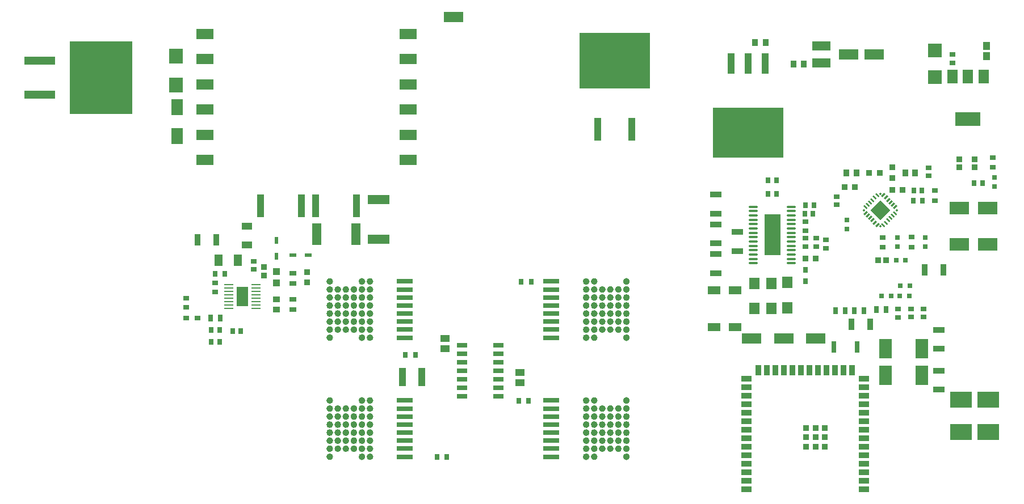
<source format=gtp>
G04*
G04 #@! TF.GenerationSoftware,Altium Limited,Altium Designer,25.5.2 (35)*
G04*
G04 Layer_Color=8421504*
%FSLAX44Y44*%
%MOMM*%
G71*
G04*
G04 #@! TF.SameCoordinates,5C3ED261-42B6-482D-99A8-9BAFA3442630*
G04*
G04*
G04 #@! TF.FilePolarity,Positive*
G04*
G01*
G75*
%ADD18C,0.5000*%
%ADD19R,2.3500X0.7000*%
%ADD20R,2.3500X0.7000*%
%ADD21R,2.3500X0.7000*%
%ADD22R,2.3500X0.7000*%
%ADD23R,1.3549X3.3082*%
%ADD24R,1.1000X3.4000*%
%ADD25R,3.3082X1.3549*%
G04:AMPARAMS|DCode=26|XSize=0.76mm|YSize=0.6604mm|CornerRadius=0.0825mm|HoleSize=0mm|Usage=FLASHONLY|Rotation=270.000|XOffset=0mm|YOffset=0mm|HoleType=Round|Shape=RoundedRectangle|*
%AMROUNDEDRECTD26*
21,1,0.7600,0.4953,0,0,270.0*
21,1,0.5949,0.6604,0,0,270.0*
1,1,0.1651,-0.2477,-0.2975*
1,1,0.1651,-0.2477,0.2975*
1,1,0.1651,0.2477,0.2975*
1,1,0.1651,0.2477,-0.2975*
%
%ADD26ROUNDEDRECTD26*%
%ADD27R,0.9000X0.7500*%
%ADD28R,0.7500X1.0000*%
%ADD29R,0.9500X1.7000*%
%ADD30R,0.8000X1.7000*%
%ADD31R,0.5000X1.1250*%
%ADD32R,2.0500X2.2500*%
%ADD33R,2.5000X1.5200*%
%ADD34R,1.5500X0.7000*%
%ADD35O,1.4000X0.2500*%
%ADD36R,1.7600X2.9500*%
%ADD37R,1.9000X1.3000*%
%ADD38R,1.5000X0.9000*%
%ADD39R,1.9000X3.0000*%
%ADD40R,0.9000X1.0000*%
%ADD41R,1.1000X3.1500*%
%ADD42O,1.4000X0.3500*%
%ADD43R,2.4000X6.1700*%
%ADD44R,0.8682X0.8065*%
%ADD45R,0.9062X0.9051*%
%ADD46R,0.9000X0.8000*%
G04:AMPARAMS|DCode=47|XSize=0.76mm|YSize=0.6604mm|CornerRadius=0.0825mm|HoleSize=0mm|Usage=FLASHONLY|Rotation=0.000|XOffset=0mm|YOffset=0mm|HoleType=Round|Shape=RoundedRectangle|*
%AMROUNDEDRECTD47*
21,1,0.7600,0.4953,0,0,0.0*
21,1,0.5949,0.6604,0,0,0.0*
1,1,0.1651,0.2975,-0.2477*
1,1,0.1651,-0.2975,-0.2477*
1,1,0.1651,-0.2975,0.2477*
1,1,0.1651,0.2975,0.2477*
%
%ADD47ROUNDEDRECTD47*%
%ADD48R,0.9000X0.8000*%
%ADD49R,0.7000X0.7000*%
%ADD50R,0.7500X0.9000*%
%ADD51R,1.7000X0.9500*%
%ADD52R,1.5000X2.0000*%
%ADD53R,3.8000X2.0000*%
%ADD54R,2.0000X2.0000*%
%ADD55R,2.8000X1.4000*%
%ADD56R,1.0121X1.2084*%
%ADD57R,1.5000X1.7500*%
%ADD58R,0.8065X0.8682*%
%ADD59P,0.3536X4X180.0*%
G04:AMPARAMS|DCode=60|XSize=0.6mm|YSize=0.24mm|CornerRadius=0mm|HoleSize=0mm|Usage=FLASHONLY|Rotation=135.000|XOffset=0mm|YOffset=0mm|HoleType=Round|Shape=Rectangle|*
%AMROTATEDRECTD60*
4,1,4,0.2970,-0.1273,0.1273,-0.2970,-0.2970,0.1273,-0.1273,0.2970,0.2970,-0.1273,0.0*
%
%ADD60ROTATEDRECTD60*%

%ADD61P,2.9699X4X180.0*%
%ADD62R,0.8000X0.9000*%
G04:AMPARAMS|DCode=63|XSize=0.6mm|YSize=0.24mm|CornerRadius=0mm|HoleSize=0mm|Usage=FLASHONLY|Rotation=45.000|XOffset=0mm|YOffset=0mm|HoleType=Round|Shape=Rectangle|*
%AMROTATEDRECTD63*
4,1,4,-0.1273,-0.2970,-0.2970,-0.1273,0.1273,0.2970,0.2970,0.1273,-0.1273,-0.2970,0.0*
%
%ADD63ROTATEDRECTD63*%

%ADD64R,0.7500X0.8500*%
%ADD65R,0.9000X0.9000*%
%ADD66R,3.0000X1.5000*%
%ADD67R,0.8587X0.9121*%
%ADD68R,0.7350X0.8621*%
%ADD69R,10.5500X7.5000*%
%ADD70R,10.4900X8.3800*%
%ADD71R,1.0160X3.5040*%
%ADD72R,3.0000X1.9000*%
%ADD73R,0.8500X0.7500*%
%ADD74R,0.8582X0.8563*%
%ADD75R,1.0000X0.7500*%
%ADD76R,0.9500X0.8000*%
%ADD77R,1.0500X0.9500*%
%ADD78R,0.6500X0.9000*%
%ADD79R,0.8000X1.0000*%
%ADD80R,1.0200X2.8200*%
%ADD81R,0.6500X0.9000*%
%ADD82R,1.4700X1.0200*%
%ADD83R,0.9000X1.5000*%
%ADD84R,1.1250X0.5000*%
%ADD85R,0.9621X0.9581*%
%ADD86R,1.1561X1.7582*%
%ADD87R,1.0621X1.1350*%
%ADD88R,1.7000X2.3500*%
%ADD89R,4.6000X1.2000*%
%ADD90R,9.4000X10.8000*%
%ADD91R,1.6500X1.1000*%
%ADD92R,0.8121X0.6587*%
%ADD93R,3.3000X2.4500*%
%ADD94R,0.9500X1.0500*%
%ADD95R,0.9121X0.8587*%
D18*
X1217520Y330110D02*
G03*
X1217520Y330110I-2500J0D01*
G01*
Y342110D02*
G03*
X1217520Y342110I-2500J0D01*
G01*
Y354110D02*
G03*
X1217520Y354110I-2500J0D01*
G01*
Y366110D02*
G03*
X1217520Y366110I-2500J0D01*
G01*
Y378110D02*
G03*
X1217520Y378110I-2500J0D01*
G01*
Y390110D02*
G03*
X1217520Y390110I-2500J0D01*
G01*
Y402110D02*
G03*
X1217520Y402110I-2500J0D01*
G01*
Y414110D02*
G03*
X1217520Y414110I-2500J0D01*
G01*
X1205520Y342110D02*
G03*
X1205520Y342110I-2500J0D01*
G01*
Y354110D02*
G03*
X1205520Y354110I-2500J0D01*
G01*
Y366110D02*
G03*
X1205520Y366110I-2500J0D01*
G01*
Y378110D02*
G03*
X1205520Y378110I-2500J0D01*
G01*
Y390110D02*
G03*
X1205520Y390110I-2500J0D01*
G01*
Y402110D02*
G03*
X1205520Y402110I-2500J0D01*
G01*
X1193520Y342110D02*
G03*
X1193520Y342110I-2500J0D01*
G01*
Y354110D02*
G03*
X1193520Y354110I-2500J0D01*
G01*
Y366110D02*
G03*
X1193520Y366110I-2500J0D01*
G01*
Y378110D02*
G03*
X1193520Y378110I-2500J0D01*
G01*
Y390110D02*
G03*
X1193520Y390110I-2500J0D01*
G01*
Y402110D02*
G03*
X1193520Y402110I-2500J0D01*
G01*
X1181520Y342110D02*
G03*
X1181520Y342110I-2500J0D01*
G01*
Y354110D02*
G03*
X1181520Y354110I-2500J0D01*
G01*
Y366110D02*
G03*
X1181520Y366110I-2500J0D01*
G01*
Y378110D02*
G03*
X1181520Y378110I-2500J0D01*
G01*
Y390110D02*
G03*
X1181520Y390110I-2500J0D01*
G01*
Y402110D02*
G03*
X1181520Y402110I-2500J0D01*
G01*
X1169520Y330110D02*
G03*
X1169520Y330110I-2500J0D01*
G01*
Y342110D02*
G03*
X1169520Y342110I-2500J0D01*
G01*
Y354110D02*
G03*
X1169520Y354110I-2500J0D01*
G01*
Y366110D02*
G03*
X1169520Y366110I-2500J0D01*
G01*
Y378110D02*
G03*
X1169520Y378110I-2500J0D01*
G01*
Y390110D02*
G03*
X1169520Y390110I-2500J0D01*
G01*
Y402110D02*
G03*
X1169520Y402110I-2500J0D01*
G01*
Y414110D02*
G03*
X1169520Y414110I-2500J0D01*
G01*
X1157520Y330110D02*
G03*
X1157520Y330110I-2500J0D01*
G01*
Y342110D02*
G03*
X1157520Y342110I-2500J0D01*
G01*
Y354110D02*
G03*
X1157520Y354110I-2500J0D01*
G01*
Y366110D02*
G03*
X1157520Y366110I-2500J0D01*
G01*
Y378110D02*
G03*
X1157520Y378110I-2500J0D01*
G01*
Y390110D02*
G03*
X1157520Y390110I-2500J0D01*
G01*
Y402110D02*
G03*
X1157520Y402110I-2500J0D01*
G01*
Y414110D02*
G03*
X1157520Y414110I-2500J0D01*
G01*
X1217520Y507910D02*
G03*
X1217520Y507910I-2500J0D01*
G01*
Y519910D02*
G03*
X1217520Y519910I-2500J0D01*
G01*
Y531910D02*
G03*
X1217520Y531910I-2500J0D01*
G01*
Y543910D02*
G03*
X1217520Y543910I-2500J0D01*
G01*
Y555910D02*
G03*
X1217520Y555910I-2500J0D01*
G01*
Y567910D02*
G03*
X1217520Y567910I-2500J0D01*
G01*
Y579910D02*
G03*
X1217520Y579910I-2500J0D01*
G01*
Y591910D02*
G03*
X1217520Y591910I-2500J0D01*
G01*
X1205520Y519910D02*
G03*
X1205520Y519910I-2500J0D01*
G01*
Y531910D02*
G03*
X1205520Y531910I-2500J0D01*
G01*
Y543910D02*
G03*
X1205520Y543910I-2500J0D01*
G01*
Y555910D02*
G03*
X1205520Y555910I-2500J0D01*
G01*
Y567910D02*
G03*
X1205520Y567910I-2500J0D01*
G01*
Y579910D02*
G03*
X1205520Y579910I-2500J0D01*
G01*
X1193520Y519910D02*
G03*
X1193520Y519910I-2500J0D01*
G01*
Y531910D02*
G03*
X1193520Y531910I-2500J0D01*
G01*
Y543910D02*
G03*
X1193520Y543910I-2500J0D01*
G01*
Y555910D02*
G03*
X1193520Y555910I-2500J0D01*
G01*
Y567910D02*
G03*
X1193520Y567910I-2500J0D01*
G01*
Y579910D02*
G03*
X1193520Y579910I-2500J0D01*
G01*
X1181520Y519910D02*
G03*
X1181520Y519910I-2500J0D01*
G01*
Y531910D02*
G03*
X1181520Y531910I-2500J0D01*
G01*
Y543910D02*
G03*
X1181520Y543910I-2500J0D01*
G01*
Y555910D02*
G03*
X1181520Y555910I-2500J0D01*
G01*
Y567910D02*
G03*
X1181520Y567910I-2500J0D01*
G01*
Y579910D02*
G03*
X1181520Y579910I-2500J0D01*
G01*
X1169520Y507910D02*
G03*
X1169520Y507910I-2500J0D01*
G01*
Y519910D02*
G03*
X1169520Y519910I-2500J0D01*
G01*
Y531910D02*
G03*
X1169520Y531910I-2500J0D01*
G01*
Y543910D02*
G03*
X1169520Y543910I-2500J0D01*
G01*
Y555910D02*
G03*
X1169520Y555910I-2500J0D01*
G01*
Y567910D02*
G03*
X1169520Y567910I-2500J0D01*
G01*
Y579910D02*
G03*
X1169520Y579910I-2500J0D01*
G01*
Y591910D02*
G03*
X1169520Y591910I-2500J0D01*
G01*
X1157520Y507910D02*
G03*
X1157520Y507910I-2500J0D01*
G01*
Y519910D02*
G03*
X1157520Y519910I-2500J0D01*
G01*
Y531910D02*
G03*
X1157520Y531910I-2500J0D01*
G01*
Y543910D02*
G03*
X1157520Y543910I-2500J0D01*
G01*
Y555910D02*
G03*
X1157520Y555910I-2500J0D01*
G01*
Y567910D02*
G03*
X1157520Y567910I-2500J0D01*
G01*
Y579910D02*
G03*
X1157520Y579910I-2500J0D01*
G01*
Y591910D02*
G03*
X1157520Y591910I-2500J0D01*
G01*
X775030Y414110D02*
G03*
X775030Y414110I-2500J0D01*
G01*
Y402110D02*
G03*
X775030Y402110I-2500J0D01*
G01*
Y390110D02*
G03*
X775030Y390110I-2500J0D01*
G01*
Y378110D02*
G03*
X775030Y378110I-2500J0D01*
G01*
Y366110D02*
G03*
X775030Y366110I-2500J0D01*
G01*
Y354110D02*
G03*
X775030Y354110I-2500J0D01*
G01*
Y342110D02*
G03*
X775030Y342110I-2500J0D01*
G01*
Y330110D02*
G03*
X775030Y330110I-2500J0D01*
G01*
X787030Y402110D02*
G03*
X787030Y402110I-2500J0D01*
G01*
Y390110D02*
G03*
X787030Y390110I-2500J0D01*
G01*
Y378110D02*
G03*
X787030Y378110I-2500J0D01*
G01*
Y366110D02*
G03*
X787030Y366110I-2500J0D01*
G01*
Y354110D02*
G03*
X787030Y354110I-2500J0D01*
G01*
Y342110D02*
G03*
X787030Y342110I-2500J0D01*
G01*
X799030Y402110D02*
G03*
X799030Y402110I-2500J0D01*
G01*
Y390110D02*
G03*
X799030Y390110I-2500J0D01*
G01*
Y378110D02*
G03*
X799030Y378110I-2500J0D01*
G01*
Y366110D02*
G03*
X799030Y366110I-2500J0D01*
G01*
Y354110D02*
G03*
X799030Y354110I-2500J0D01*
G01*
Y342110D02*
G03*
X799030Y342110I-2500J0D01*
G01*
X811030Y402110D02*
G03*
X811030Y402110I-2500J0D01*
G01*
Y390110D02*
G03*
X811030Y390110I-2500J0D01*
G01*
Y378110D02*
G03*
X811030Y378110I-2500J0D01*
G01*
Y366110D02*
G03*
X811030Y366110I-2500J0D01*
G01*
Y354110D02*
G03*
X811030Y354110I-2500J0D01*
G01*
Y342110D02*
G03*
X811030Y342110I-2500J0D01*
G01*
X823030Y414110D02*
G03*
X823030Y414110I-2500J0D01*
G01*
Y402110D02*
G03*
X823030Y402110I-2500J0D01*
G01*
Y390110D02*
G03*
X823030Y390110I-2500J0D01*
G01*
Y378110D02*
G03*
X823030Y378110I-2500J0D01*
G01*
Y366110D02*
G03*
X823030Y366110I-2500J0D01*
G01*
Y354110D02*
G03*
X823030Y354110I-2500J0D01*
G01*
Y342110D02*
G03*
X823030Y342110I-2500J0D01*
G01*
Y330110D02*
G03*
X823030Y330110I-2500J0D01*
G01*
X835030Y414110D02*
G03*
X835030Y414110I-2500J0D01*
G01*
Y402110D02*
G03*
X835030Y402110I-2500J0D01*
G01*
Y390110D02*
G03*
X835030Y390110I-2500J0D01*
G01*
Y378110D02*
G03*
X835030Y378110I-2500J0D01*
G01*
Y366110D02*
G03*
X835030Y366110I-2500J0D01*
G01*
Y354110D02*
G03*
X835030Y354110I-2500J0D01*
G01*
Y342110D02*
G03*
X835030Y342110I-2500J0D01*
G01*
Y330110D02*
G03*
X835030Y330110I-2500J0D01*
G01*
X775030Y591910D02*
G03*
X775030Y591910I-2500J0D01*
G01*
Y579910D02*
G03*
X775030Y579910I-2500J0D01*
G01*
Y567910D02*
G03*
X775030Y567910I-2500J0D01*
G01*
Y555910D02*
G03*
X775030Y555910I-2500J0D01*
G01*
Y543910D02*
G03*
X775030Y543910I-2500J0D01*
G01*
Y531910D02*
G03*
X775030Y531910I-2500J0D01*
G01*
Y519910D02*
G03*
X775030Y519910I-2500J0D01*
G01*
Y507910D02*
G03*
X775030Y507910I-2500J0D01*
G01*
X787030Y579910D02*
G03*
X787030Y579910I-2500J0D01*
G01*
Y567910D02*
G03*
X787030Y567910I-2500J0D01*
G01*
Y555910D02*
G03*
X787030Y555910I-2500J0D01*
G01*
Y543910D02*
G03*
X787030Y543910I-2500J0D01*
G01*
Y531910D02*
G03*
X787030Y531910I-2500J0D01*
G01*
Y519910D02*
G03*
X787030Y519910I-2500J0D01*
G01*
X799030Y579910D02*
G03*
X799030Y579910I-2500J0D01*
G01*
Y567910D02*
G03*
X799030Y567910I-2500J0D01*
G01*
Y555910D02*
G03*
X799030Y555910I-2500J0D01*
G01*
Y543910D02*
G03*
X799030Y543910I-2500J0D01*
G01*
Y531910D02*
G03*
X799030Y531910I-2500J0D01*
G01*
Y519910D02*
G03*
X799030Y519910I-2500J0D01*
G01*
X811030Y579910D02*
G03*
X811030Y579910I-2500J0D01*
G01*
Y567910D02*
G03*
X811030Y567910I-2500J0D01*
G01*
Y555910D02*
G03*
X811030Y555910I-2500J0D01*
G01*
Y543910D02*
G03*
X811030Y543910I-2500J0D01*
G01*
Y531910D02*
G03*
X811030Y531910I-2500J0D01*
G01*
Y519910D02*
G03*
X811030Y519910I-2500J0D01*
G01*
X823030Y591910D02*
G03*
X823030Y591910I-2500J0D01*
G01*
Y579910D02*
G03*
X823030Y579910I-2500J0D01*
G01*
Y567910D02*
G03*
X823030Y567910I-2500J0D01*
G01*
Y555910D02*
G03*
X823030Y555910I-2500J0D01*
G01*
Y543910D02*
G03*
X823030Y543910I-2500J0D01*
G01*
Y531910D02*
G03*
X823030Y531910I-2500J0D01*
G01*
Y519910D02*
G03*
X823030Y519910I-2500J0D01*
G01*
Y507910D02*
G03*
X823030Y507910I-2500J0D01*
G01*
X835030Y591910D02*
G03*
X835030Y591910I-2500J0D01*
G01*
Y579910D02*
G03*
X835030Y579910I-2500J0D01*
G01*
Y567910D02*
G03*
X835030Y567910I-2500J0D01*
G01*
Y555910D02*
G03*
X835030Y555910I-2500J0D01*
G01*
Y543910D02*
G03*
X835030Y543910I-2500J0D01*
G01*
Y531910D02*
G03*
X835030Y531910I-2500J0D01*
G01*
Y519910D02*
G03*
X835030Y519910I-2500J0D01*
G01*
Y507910D02*
G03*
X835030Y507910I-2500J0D01*
G01*
D19*
X1102970Y330110D02*
D03*
Y354110D02*
D03*
X1102970Y378110D02*
D03*
Y402110D02*
D03*
X1102970Y507910D02*
D03*
Y531910D02*
D03*
Y555910D02*
D03*
Y579910D02*
D03*
X884580Y591910D02*
D03*
Y567910D02*
D03*
X884580Y519910D02*
D03*
D20*
X1102970Y342110D02*
D03*
X1102970Y366110D02*
D03*
Y390110D02*
D03*
Y414110D02*
D03*
X1102970Y519910D02*
D03*
Y543910D02*
D03*
Y567910D02*
D03*
Y591910D02*
D03*
X884580Y579910D02*
D03*
Y555910D02*
D03*
X884580Y531910D02*
D03*
Y507910D02*
D03*
D21*
X884580Y414110D02*
D03*
Y390110D02*
D03*
Y366110D02*
D03*
Y342110D02*
D03*
Y543910D02*
D03*
D22*
Y402110D02*
D03*
Y378110D02*
D03*
Y354110D02*
D03*
Y330110D02*
D03*
D23*
X811577Y662940D02*
D03*
X753064D02*
D03*
D24*
X751820Y704850D02*
D03*
X812820D02*
D03*
X669270D02*
D03*
X730270D02*
D03*
D25*
X845820Y655274D02*
D03*
Y713786D02*
D03*
D26*
X1637680Y585470D02*
D03*
X1623680D02*
D03*
X1623030Y570230D02*
D03*
X1637030D02*
D03*
X1609740Y570230D02*
D03*
X1595740D02*
D03*
X1631330Y623570D02*
D03*
X1617330D02*
D03*
D27*
X1658620Y550830D02*
D03*
Y538830D02*
D03*
X1639570Y550830D02*
D03*
Y538830D02*
D03*
X1620520Y550480D02*
D03*
Y538480D02*
D03*
X1666240Y749650D02*
D03*
Y761650D02*
D03*
D28*
X1602620Y549910D02*
D03*
X1587620D02*
D03*
X1554600Y548640D02*
D03*
X1569600D02*
D03*
X1526660D02*
D03*
X1541660D02*
D03*
D29*
X1550640Y528320D02*
D03*
X1578640D02*
D03*
X1659860Y609600D02*
D03*
X603280Y654050D02*
D03*
X575280D02*
D03*
X1687860Y609600D02*
D03*
D30*
X1558780Y494030D02*
D03*
X1524780D02*
D03*
D31*
X693420Y652970D02*
D03*
Y629730D02*
D03*
D32*
X543560Y885280D02*
D03*
Y928280D02*
D03*
D33*
X585970Y961410D02*
D03*
X889770Y848610D02*
D03*
Y811010D02*
D03*
Y773410D02*
D03*
X585970D02*
D03*
X889770Y961410D02*
D03*
Y923810D02*
D03*
Y886210D02*
D03*
X585970Y811010D02*
D03*
Y848610D02*
D03*
Y886210D02*
D03*
Y923810D02*
D03*
D34*
X1024200Y496570D02*
D03*
X969700Y420370D02*
D03*
Y433070D02*
D03*
X1024200Y445770D02*
D03*
Y483870D02*
D03*
Y471170D02*
D03*
Y458470D02*
D03*
Y433070D02*
D03*
Y420370D02*
D03*
X969700Y445770D02*
D03*
Y458470D02*
D03*
Y471170D02*
D03*
Y483870D02*
D03*
Y496570D02*
D03*
D35*
X662920Y586879D02*
D03*
Y551879D02*
D03*
Y556879D02*
D03*
Y561879D02*
D03*
Y566879D02*
D03*
Y576879D02*
D03*
Y581879D02*
D03*
X621920Y551879D02*
D03*
Y556879D02*
D03*
Y561879D02*
D03*
Y566879D02*
D03*
Y571879D02*
D03*
Y576879D02*
D03*
Y581879D02*
D03*
Y586879D02*
D03*
X662920Y571879D02*
D03*
D36*
X642420Y569379D02*
D03*
D37*
X1377440Y578680D02*
D03*
Y523680D02*
D03*
X1345440D02*
D03*
Y578680D02*
D03*
D38*
X1569460Y383540D02*
D03*
Y370840D02*
D03*
Y281940D02*
D03*
X1394460D02*
D03*
X1569460Y294640D02*
D03*
Y307340D02*
D03*
Y320040D02*
D03*
Y332740D02*
D03*
Y345440D02*
D03*
Y358140D02*
D03*
Y396240D02*
D03*
Y408940D02*
D03*
Y421640D02*
D03*
Y434340D02*
D03*
Y447040D02*
D03*
X1394460D02*
D03*
Y434340D02*
D03*
Y421640D02*
D03*
Y408940D02*
D03*
Y396240D02*
D03*
Y383540D02*
D03*
Y370840D02*
D03*
Y358140D02*
D03*
Y345440D02*
D03*
Y332740D02*
D03*
Y320040D02*
D03*
Y307340D02*
D03*
Y294640D02*
D03*
D39*
X1601790Y451887D02*
D03*
X1655790D02*
D03*
X1601790Y491257D02*
D03*
X1655790D02*
D03*
D40*
X1463930Y916940D02*
D03*
X1479930D02*
D03*
X1422780Y948690D02*
D03*
X1406780D02*
D03*
D41*
X1422400Y917210D02*
D03*
X1397000D02*
D03*
X1371600D02*
D03*
D42*
X1460620Y651580D02*
D03*
Y645080D02*
D03*
Y664580D02*
D03*
X1404620Y645080D02*
D03*
Y677580D02*
D03*
X1460620Y703580D02*
D03*
X1404620D02*
D03*
Y697080D02*
D03*
Y625580D02*
D03*
Y619080D02*
D03*
X1460620Y625580D02*
D03*
Y619080D02*
D03*
X1404620Y690580D02*
D03*
Y684080D02*
D03*
Y671080D02*
D03*
Y664580D02*
D03*
Y658080D02*
D03*
Y651580D02*
D03*
Y638580D02*
D03*
Y632080D02*
D03*
X1460620Y697080D02*
D03*
Y690580D02*
D03*
Y684080D02*
D03*
Y677580D02*
D03*
Y671080D02*
D03*
Y638580D02*
D03*
Y632080D02*
D03*
Y658080D02*
D03*
D43*
X1432620Y661330D02*
D03*
D44*
X1711960Y774700D02*
D03*
Y762183D02*
D03*
D45*
X1734820Y774356D02*
D03*
Y762344D02*
D03*
D46*
X1529080Y706220D02*
D03*
X1482090Y643990D02*
D03*
X1701800Y930810D02*
D03*
X1512570Y641450D02*
D03*
X1529080Y718720D02*
D03*
X1498600Y643990D02*
D03*
X1482090Y656490D02*
D03*
X575280Y537210D02*
D03*
X558280D02*
D03*
X1701800Y918310D02*
D03*
X1512570Y653950D02*
D03*
X1498600Y656490D02*
D03*
D47*
X1764030Y747410D02*
D03*
Y733410D02*
D03*
D48*
X1640840Y658360D02*
D03*
X1675130Y727590D02*
D03*
X1761490Y762120D02*
D03*
X1597660Y657740D02*
D03*
X1640840Y643360D02*
D03*
X1597660Y642740D02*
D03*
X1761490Y777120D02*
D03*
X1675130Y712590D02*
D03*
D49*
X1619250Y657860D02*
D03*
X1661160D02*
D03*
X1544320Y669910D02*
D03*
X1619250Y643860D02*
D03*
X1661160D02*
D03*
X1544320Y683910D02*
D03*
D50*
X1438560Y742950D02*
D03*
Y722630D02*
D03*
X1426560Y742950D02*
D03*
Y722630D02*
D03*
X595980Y501650D02*
D03*
Y519430D02*
D03*
X639730Y518160D02*
D03*
X627730D02*
D03*
X607980Y501650D02*
D03*
Y519430D02*
D03*
D51*
X1681480Y430500D02*
D03*
Y519460D02*
D03*
X1348740Y604490D02*
D03*
Y693390D02*
D03*
X1380490Y637510D02*
D03*
X1348740Y721390D02*
D03*
X1380490Y665510D02*
D03*
X1348740Y676940D02*
D03*
Y648940D02*
D03*
Y632490D02*
D03*
X1681480Y458500D02*
D03*
Y491460D02*
D03*
D52*
X1747660Y897640D02*
D03*
X1701660D02*
D03*
X1724660D02*
D03*
D53*
Y834640D02*
D03*
D54*
X1675130Y936940D02*
D03*
Y896940D02*
D03*
D55*
X1506220Y917910D02*
D03*
Y943910D02*
D03*
D56*
X1752600Y927971D02*
D03*
Y944009D02*
D03*
D57*
X1455420Y552750D02*
D03*
X1431290Y551480D02*
D03*
X1405890D02*
D03*
X1455420Y590250D02*
D03*
X1431290Y588980D02*
D03*
X1405890D02*
D03*
D58*
X1590131Y623570D02*
D03*
X1602649D02*
D03*
D59*
X1593850Y674105D02*
D03*
X1569455Y698500D02*
D03*
X1618245D02*
D03*
X1593850Y722895D02*
D03*
D60*
X1598446Y676226D02*
D03*
X1601982Y679762D02*
D03*
X1609053Y686833D02*
D03*
X1605517Y683297D02*
D03*
X1616124Y693904D02*
D03*
X1575112Y706632D02*
D03*
X1612588Y690368D02*
D03*
X1589254Y720774D02*
D03*
X1585718Y717238D02*
D03*
X1582183Y713703D02*
D03*
X1578647Y710167D02*
D03*
X1571576Y703096D02*
D03*
D61*
X1593850Y698500D02*
D03*
D62*
X1643480Y727710D02*
D03*
X1482090Y592210D02*
D03*
Y609210D02*
D03*
X1494690Y706120D02*
D03*
X1655980Y727710D02*
D03*
X1480920Y693420D02*
D03*
X1482190Y706120D02*
D03*
X1493420Y693420D02*
D03*
D63*
X1582183Y683297D02*
D03*
X1616124Y703096D02*
D03*
X1609053Y710167D02*
D03*
X1605517Y713703D02*
D03*
X1612588Y706632D02*
D03*
X1598446Y720774D02*
D03*
X1601982Y717238D02*
D03*
X1589254Y676226D02*
D03*
X1571576Y693904D02*
D03*
X1575112Y690368D02*
D03*
X1578647Y686833D02*
D03*
X1585718Y679762D02*
D03*
D64*
X1643230Y712470D02*
D03*
X1656230D02*
D03*
D65*
X1496960Y373140D02*
D03*
X1510960D02*
D03*
X1496960Y359140D02*
D03*
X1482960Y373140D02*
D03*
Y359140D02*
D03*
X1510960D02*
D03*
Y345140D02*
D03*
X1496960D02*
D03*
X1482960D02*
D03*
D66*
X957580Y986790D02*
D03*
X1546860Y930910D02*
D03*
X1584960D02*
D03*
X1497330Y506730D02*
D03*
X1449705D02*
D03*
X1402080D02*
D03*
D67*
X1481943Y626110D02*
D03*
X1627017Y728980D02*
D03*
X1611483D02*
D03*
X1592727Y754380D02*
D03*
X1577193D02*
D03*
X1540363Y732790D02*
D03*
X1555897D02*
D03*
X1497477Y626110D02*
D03*
D68*
X1733746Y739140D02*
D03*
X1746054D02*
D03*
D69*
X1397000Y814210D02*
D03*
D70*
X1197610Y921650D02*
D03*
D71*
X1223010Y819150D02*
D03*
X1172210D02*
D03*
D72*
X1711960Y701370D02*
D03*
X1753870D02*
D03*
Y647370D02*
D03*
X1711960D02*
D03*
D73*
X1482090Y680870D02*
D03*
Y667870D02*
D03*
D74*
X674370Y601050D02*
D03*
Y613070D02*
D03*
D75*
X717550Y550030D02*
D03*
Y589178D02*
D03*
Y604178D02*
D03*
Y565030D02*
D03*
D76*
X601980Y589680D02*
D03*
X659130Y622200D02*
D03*
Y609700D02*
D03*
X601980Y576180D02*
D03*
D77*
X693420Y550280D02*
D03*
Y564780D02*
D03*
D78*
X601450Y603250D02*
D03*
X615950D02*
D03*
D79*
X594480Y537210D02*
D03*
X609480D02*
D03*
D80*
X880850Y449580D02*
D03*
X909850D02*
D03*
D81*
X1068970Y414020D02*
D03*
X1058280Y591820D02*
D03*
X1072780D02*
D03*
X885560Y482600D02*
D03*
X947050Y330200D02*
D03*
X1054470Y414020D02*
D03*
X900060Y482600D02*
D03*
X932550Y330200D02*
D03*
D82*
X1056640Y440310D02*
D03*
Y456310D02*
D03*
X944880Y491110D02*
D03*
Y507110D02*
D03*
D83*
X1551810Y459540D02*
D03*
X1539110D02*
D03*
X1526410D02*
D03*
X1513710D02*
D03*
X1501010D02*
D03*
X1488310D02*
D03*
X1475610D02*
D03*
X1462910D02*
D03*
X1450210D02*
D03*
X1437510D02*
D03*
X1424810D02*
D03*
X1412110D02*
D03*
D84*
X717360Y631190D02*
D03*
X740600D02*
D03*
D85*
X739140Y605440D02*
D03*
Y590900D02*
D03*
D86*
X635291Y623570D02*
D03*
X606769D02*
D03*
D87*
X693420Y590016D02*
D03*
Y606324D02*
D03*
D88*
X544830Y852080D02*
D03*
Y809080D02*
D03*
D89*
X340070Y922020D02*
D03*
Y871220D02*
D03*
D90*
X431570Y896620D02*
D03*
D91*
X648970Y646150D02*
D03*
Y674650D02*
D03*
D92*
X558800Y566837D02*
D03*
Y553303D02*
D03*
D93*
X1755140Y367160D02*
D03*
Y415160D02*
D03*
X1714500Y367160D02*
D03*
Y415160D02*
D03*
D94*
X1645550Y754380D02*
D03*
X1631050D02*
D03*
X1543420D02*
D03*
X1557920D02*
D03*
D95*
X1611630Y762147D02*
D03*
Y746613D02*
D03*
M02*

</source>
